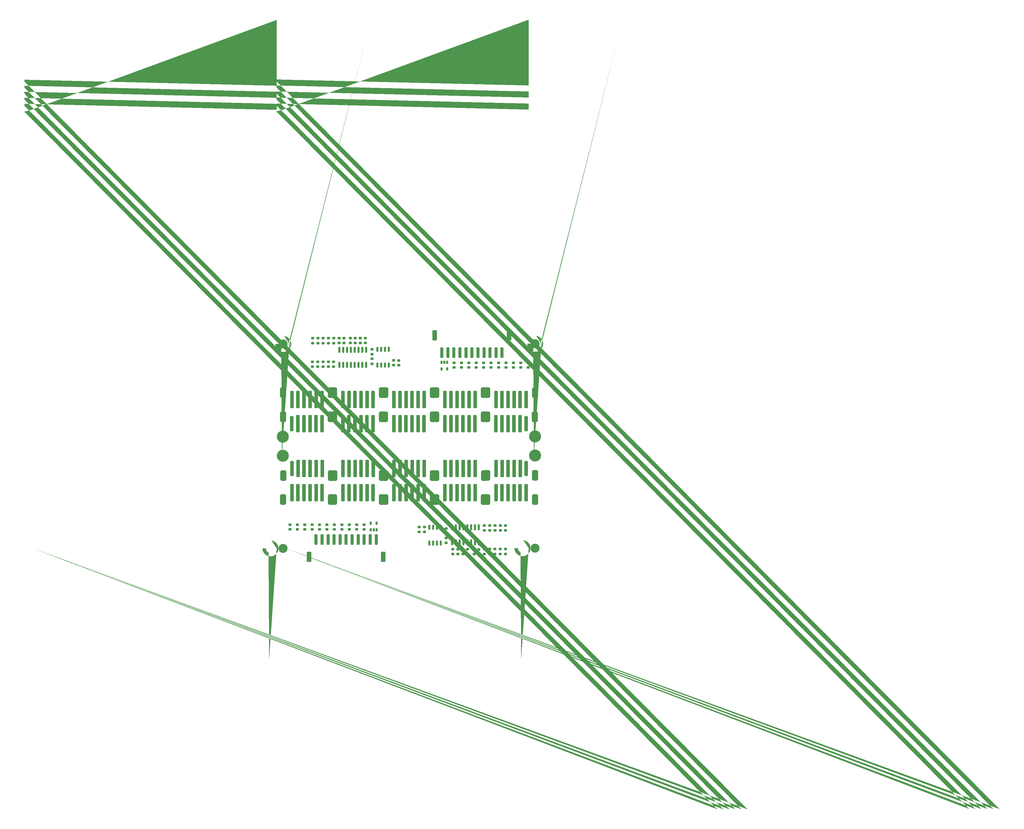
<source format=gts>
%TF.GenerationSoftware,KiCad,Pcbnew,(6.0.0-rc1-392-g84e0feeee6)*%
%TF.CreationDate,2021-12-27T23:55:29+07:00*%
%TF.ProjectId,Ambino Fan HUB CH552G_Pannelize,416d6269-6e6f-4204-9661-6e2048554220,rev?*%
%TF.SameCoordinates,Original*%
%TF.FileFunction,Soldermask,Top*%
%TF.FilePolarity,Negative*%
%FSLAX46Y46*%
G04 Gerber Fmt 4.6, Leading zero omitted, Abs format (unit mm)*
G04 Created by KiCad (PCBNEW (6.0.0-rc1-392-g84e0feeee6)) date 2021-12-27 23:55:29*
%MOMM*%
%LPD*%
G01*
G04 APERTURE LIST*
G04 Aperture macros list*
%AMRoundRect*
0 Rectangle with rounded corners*
0 $1 Rounding radius*
0 $2 $3 $4 $5 $6 $7 $8 $9 X,Y pos of 4 corners*
0 Add a 4 corners polygon primitive as box body*
4,1,4,$2,$3,$4,$5,$6,$7,$8,$9,$2,$3,0*
0 Add four circle primitives for the rounded corners*
1,1,$1+$1,$2,$3*
1,1,$1+$1,$4,$5*
1,1,$1+$1,$6,$7*
1,1,$1+$1,$8,$9*
0 Add four rect primitives between the rounded corners*
20,1,$1+$1,$2,$3,$4,$5,0*
20,1,$1+$1,$4,$5,$6,$7,0*
20,1,$1+$1,$6,$7,$8,$9,0*
20,1,$1+$1,$8,$9,$2,$3,0*%
%AMFreePoly0*
4,1,96,-1.742867,2.629104,-1.429420,2.570161,-1.125325,2.473988,-0.834986,2.341979,-0.562609,2.176045,-0.312140,1.978591,-0.087206,1.752476,0.108934,1.500977,0.273439,1.227734,0.403927,0.936708,0.498506,0.632114,0.555807,0.318363,0.575000,0.000000,0.574419,-0.055497,0.548563,-0.373388,0.484703,-0.685870,0.383766,-0.988418,0.247213,-1.276647,0.077021,-1.546384,-0.124343,-1.793721,
-0.353963,-2.015076,-0.608512,-2.207241,-0.884305,-2.367434,-1.177345,-2.493334,-1.483387,-2.583117,-1.798000,-2.635483,-2.116624,-2.649673,-2.434646,-2.625482,-2.747459,-2.563260,-3.050530,-2.463908,-3.339471,-2.328865,-3.610095,-2.160089,-3.858483,-1.960022,-4.081037,-1.731565,-4.274533,-1.478025,-4.436167,-1.203075,-4.563600,-0.910698,-4.654984,-0.605130,-4.708997,-0.290796,-4.724855,0.027750,
-4.724216,0.036774,-3.579692,0.036774,-3.565493,-0.209475,-3.511266,-0.450099,-3.418468,-0.678634,-3.289589,-0.888945,-3.128092,-1.075382,-2.938313,-1.232939,-2.725350,-1.357385,-2.494921,-1.445377,-2.253215,-1.494553,-2.006722,-1.503592,-1.762064,-1.472250,-1.525809,-1.401370,-1.304303,-1.292856,-1.103495,-1.149621,-0.928777,-0.975512,-0.784842,-0.775205,-0.675555,-0.554079,-0.603851,-0.318074,
-0.571656,-0.073526,-0.569859,0.000000,-0.590070,0.245829,-0.650159,0.485055,-0.748514,0.711256,-0.882492,0.918355,-1.048496,1.100790,-1.242068,1.253664,-1.458008,1.372869,-1.690518,1.455206,-1.933354,1.498461,-2.179993,1.501475,-2.423813,1.464165,-2.658266,1.387534,-2.877054,1.273640,-3.074303,1.125542,-3.244714,0.947216,-3.383712,0.743452,-3.487564,0.519722,-3.553481,0.282035,
-3.579692,0.036774,-4.724216,0.036774,-4.702329,0.345894,-4.641745,0.659028,-4.543982,0.962616,-4.410454,1.252260,-4.243097,1.523764,-4.044334,1.773196,-3.817044,1.996943,-3.564521,2.191764,-3.290421,2.354836,-2.998716,2.483797,-2.693630,2.576780,-2.379583,2.632438,-2.061125,2.649964,-1.742867,2.629104,-1.742867,2.629104,$1*%
G04 Aperture macros list end*
%ADD10RoundRect,0.300000X-0.300000X2.600000X-0.300000X-2.600000X0.300000X-2.600000X0.300000X2.600000X0*%
%ADD11RoundRect,0.300000X-0.300000X2.200000X-0.300000X-2.200000X0.300000X-2.200000X0.300000X2.200000X0*%
%ADD12RoundRect,0.500000X-0.500000X1.250000X-0.500000X-1.250000X0.500000X-1.250000X0.500000X1.250000X0*%
%ADD13C,4.000000*%
%ADD14C,3.000000*%
%ADD15FreePoly0,0.000000*%
%ADD16RoundRect,0.218750X-0.256250X0.218750X-0.256250X-0.218750X0.256250X-0.218750X0.256250X0.218750X0*%
%ADD17RoundRect,0.225000X0.250000X-0.225000X0.250000X0.225000X-0.250000X0.225000X-0.250000X-0.225000X0*%
%ADD18RoundRect,0.150000X-0.150000X0.675000X-0.150000X-0.675000X0.150000X-0.675000X0.150000X0.675000X0*%
%ADD19RoundRect,0.200000X0.275000X-0.200000X0.275000X0.200000X-0.275000X0.200000X-0.275000X-0.200000X0*%
%ADD20RoundRect,0.250000X0.250000X1.500000X-0.250000X1.500000X-0.250000X-1.500000X0.250000X-1.500000X0*%
%ADD21RoundRect,0.250001X0.499999X1.449999X-0.499999X1.449999X-0.499999X-1.449999X0.499999X-1.449999X0*%
%ADD22RoundRect,0.218750X0.256250X-0.218750X0.256250X0.218750X-0.256250X0.218750X-0.256250X-0.218750X0*%
%ADD23RoundRect,0.200000X-0.275000X0.200000X-0.275000X-0.200000X0.275000X-0.200000X0.275000X0.200000X0*%
%ADD24RoundRect,0.250000X-0.250000X-1.500000X0.250000X-1.500000X0.250000X1.500000X-0.250000X1.500000X0*%
%ADD25RoundRect,0.250001X-0.499999X-1.449999X0.499999X-1.449999X0.499999X1.449999X-0.499999X1.449999X0*%
%ADD26RoundRect,0.150000X0.150000X-0.850000X0.150000X0.850000X-0.150000X0.850000X-0.150000X-0.850000X0*%
%ADD27RoundRect,0.150000X0.150000X-0.675000X0.150000X0.675000X-0.150000X0.675000X-0.150000X-0.675000X0*%
%ADD28R,0.650000X1.060000*%
%ADD29RoundRect,0.300000X0.300000X-2.600000X0.300000X2.600000X-0.300000X2.600000X-0.300000X-2.600000X0*%
%ADD30RoundRect,0.500000X0.500000X-1.250000X0.500000X1.250000X-0.500000X1.250000X-0.500000X-1.250000X0*%
%ADD31RoundRect,0.300000X0.300000X-2.200000X0.300000X2.200000X-0.300000X2.200000X-0.300000X-2.200000X0*%
%ADD32RoundRect,0.225000X-0.250000X0.225000X-0.250000X-0.225000X0.250000X-0.225000X0.250000X0.225000X0*%
%ADD33RoundRect,0.150000X-0.150000X0.850000X-0.150000X-0.850000X0.150000X-0.850000X0.150000X0.850000X0*%
%ADD34FreePoly0,180.000000*%
G04 APERTURE END LIST*
D10*
%TO.C,J5*%
X162793750Y-83860000D03*
X164798750Y-83860000D03*
X166803750Y-83860000D03*
X168808750Y-83860000D03*
X170813750Y-83860000D03*
D11*
X172818750Y-83860000D03*
D12*
X159868750Y-81560000D03*
X175743750Y-81560000D03*
%TD*%
D10*
%TO.C,J6*%
X145843750Y-83860000D03*
X147848750Y-83860000D03*
X149853750Y-83860000D03*
X151858750Y-83860000D03*
X153863750Y-83860000D03*
X155868750Y-83860000D03*
D12*
X142918750Y-81560000D03*
X158793750Y-81560000D03*
%TD*%
D10*
%TO.C,J7*%
X128893750Y-83860000D03*
X130898750Y-83860000D03*
X132903750Y-83860000D03*
X134908750Y-83860000D03*
X136913750Y-83860000D03*
X138918750Y-83860000D03*
D12*
X141843750Y-81560000D03*
X125968750Y-81560000D03*
%TD*%
D10*
%TO.C,J8*%
X111943750Y-83860000D03*
X113948750Y-83860000D03*
X115953750Y-83860000D03*
X117958750Y-83860000D03*
X119963750Y-83860000D03*
X121968750Y-83860000D03*
D12*
X109018750Y-81560000D03*
X124893750Y-81560000D03*
%TD*%
D11*
%TO.C,J9*%
X94993750Y-83885000D03*
D10*
X96998750Y-83885000D03*
X99003750Y-83885000D03*
X101008750Y-83885000D03*
X103013750Y-83885000D03*
X105018750Y-83885000D03*
D12*
X92068750Y-81585000D03*
X107943750Y-81585000D03*
%TD*%
D10*
%TO.C,J10*%
X95018750Y-75860000D03*
X97023750Y-75860000D03*
X99028750Y-75860000D03*
X101033750Y-75860000D03*
X103038750Y-75860000D03*
X105043750Y-75860000D03*
D12*
X107968750Y-73560000D03*
X92093750Y-73560000D03*
%TD*%
D10*
%TO.C,J11*%
X111968750Y-75860000D03*
X113973750Y-75860000D03*
X115978750Y-75860000D03*
X117983750Y-75860000D03*
X119988750Y-75860000D03*
X121993750Y-75860000D03*
D12*
X109043750Y-73560000D03*
X124918750Y-73560000D03*
%TD*%
D10*
%TO.C,J12*%
X128918750Y-75860000D03*
X130923750Y-75860000D03*
X132928750Y-75860000D03*
X134933750Y-75860000D03*
X136938750Y-75860000D03*
X138943750Y-75860000D03*
D12*
X125993750Y-73560000D03*
X141868750Y-73560000D03*
%TD*%
D10*
%TO.C,J13*%
X145868750Y-75860000D03*
X147873750Y-75860000D03*
X149878750Y-75860000D03*
X151883750Y-75860000D03*
X153888750Y-75860000D03*
X155893750Y-75860000D03*
D12*
X142943750Y-73560000D03*
X158818750Y-73560000D03*
%TD*%
D10*
%TO.C,J14*%
X162818750Y-75860000D03*
X164823750Y-75860000D03*
X166828750Y-75860000D03*
X168833750Y-75860000D03*
X170838750Y-75860000D03*
X172843750Y-75860000D03*
D12*
X175768750Y-73560000D03*
X159893750Y-73560000D03*
%TD*%
D13*
%TO.C,H21*%
X175843750Y-88110000D03*
%TD*%
D14*
%TO.C,H22*%
X175818750Y-57335000D03*
D15*
X177893750Y-57335000D03*
%TD*%
D14*
%TO.C,H23*%
X92093750Y-57360000D03*
D15*
X94168750Y-57360000D03*
%TD*%
D13*
%TO.C,H24*%
X92018750Y-88185000D03*
%TD*%
D16*
%TO.C,F11*%
X148858750Y-63640000D03*
X148858750Y-65215000D03*
%TD*%
D17*
%TO.C,C7*%
X112283750Y-57015000D03*
X112283750Y-55465000D03*
%TD*%
D18*
%TO.C,Q1*%
X123393750Y-59125000D03*
X125933750Y-59125000D03*
X127203750Y-59125000D03*
X124663750Y-59125000D03*
X124663750Y-64375000D03*
X125933750Y-64375000D03*
X127203750Y-64375000D03*
X123393750Y-64375000D03*
%TD*%
D19*
%TO.C,R1*%
X121628750Y-60795000D03*
X121628750Y-59145000D03*
%TD*%
D20*
%TO.C,J1*%
X164838750Y-60250000D03*
X162838750Y-60250000D03*
X160838750Y-60250000D03*
X158838750Y-60250000D03*
X156838750Y-60250000D03*
X154838750Y-60250000D03*
X152838750Y-60250000D03*
X150838750Y-60250000D03*
X148838750Y-60250000D03*
X146838750Y-60250000D03*
X144838750Y-60250000D03*
D21*
X142488750Y-54500000D03*
X167188750Y-54500000D03*
%TD*%
D22*
%TO.C,F3*%
X166136304Y-65215000D03*
X166136304Y-63640000D03*
%TD*%
%TO.C,F9*%
X158731638Y-65215000D03*
X158731638Y-63640000D03*
%TD*%
%TO.C,F2*%
X168604526Y-65215000D03*
X168604526Y-63640000D03*
%TD*%
%TO.C,F8*%
X156263416Y-65215000D03*
X156263416Y-63640000D03*
%TD*%
%TO.C,F4*%
X163668082Y-65215000D03*
X163668082Y-63640000D03*
%TD*%
%TO.C,F6*%
X151326972Y-65215000D03*
X151326972Y-63640000D03*
%TD*%
%TO.C,F7*%
X153795194Y-65215000D03*
X153795194Y-63640000D03*
%TD*%
%TO.C,F10*%
X171072748Y-65215000D03*
X171072748Y-63640000D03*
%TD*%
%TO.C,F1*%
X173540974Y-65215000D03*
X173540974Y-63640000D03*
%TD*%
%TO.C,F5*%
X161199860Y-65215000D03*
X161199860Y-63640000D03*
%TD*%
D23*
%TO.C,R9*%
X103601500Y-63295000D03*
X103601500Y-64945000D03*
%TD*%
D19*
%TO.C,R7*%
X105398750Y-57105000D03*
X105398750Y-55455000D03*
%TD*%
%TO.C,R11*%
X103633750Y-57105000D03*
X103633750Y-55455000D03*
%TD*%
D23*
%TO.C,R13*%
X101845750Y-63295000D03*
X101845750Y-64945000D03*
%TD*%
D19*
%TO.C,R15*%
X101868750Y-57105000D03*
X101868750Y-55455000D03*
%TD*%
D16*
%TO.C,D3*%
X117708750Y-55472500D03*
X117708750Y-57047500D03*
%TD*%
%TO.C,D4*%
X130548750Y-62847500D03*
X130548750Y-64422500D03*
%TD*%
D23*
%TO.C,R21*%
X128828750Y-62790000D03*
X128828750Y-64440000D03*
%TD*%
D17*
%TO.C,C6*%
X110733750Y-57015000D03*
X110733750Y-55465000D03*
%TD*%
D19*
%TO.C,R20*%
X119418750Y-57075000D03*
X119418750Y-55425000D03*
%TD*%
D23*
%TO.C,R8*%
X105357250Y-63295000D03*
X105357250Y-64945000D03*
%TD*%
D19*
%TO.C,R14*%
X108928750Y-57105000D03*
X108928750Y-55455000D03*
%TD*%
D23*
%TO.C,R16*%
X108868750Y-63295000D03*
X108868750Y-64945000D03*
%TD*%
D19*
%TO.C,R10*%
X107163750Y-57105000D03*
X107163750Y-55455000D03*
%TD*%
D23*
%TO.C,R12*%
X107113000Y-63295000D03*
X107113000Y-64945000D03*
%TD*%
D22*
%TO.C,D3*%
X150155680Y-127213500D03*
X150155680Y-125638500D03*
%TD*%
D16*
%TO.C,F4*%
X104196348Y-117471000D03*
X104196348Y-119046000D03*
%TD*%
D23*
%TO.C,R15*%
X165995680Y-125581000D03*
X165995680Y-127231000D03*
%TD*%
D19*
%TO.C,R12*%
X160751430Y-119391000D03*
X160751430Y-117741000D03*
%TD*%
D23*
%TO.C,R20*%
X148445680Y-125611000D03*
X148445680Y-127261000D03*
%TD*%
D16*
%TO.C,F5*%
X106664570Y-117471000D03*
X106664570Y-119046000D03*
%TD*%
D19*
%TO.C,R2*%
X146235680Y-120381000D03*
X146235680Y-118731000D03*
%TD*%
D24*
%TO.C,J1*%
X103025680Y-122436000D03*
X105025680Y-122436000D03*
X107025680Y-122436000D03*
X109025680Y-122436000D03*
X111025680Y-122436000D03*
X113025680Y-122436000D03*
X115025680Y-122436000D03*
X117025680Y-122436000D03*
X119025680Y-122436000D03*
X121025680Y-122436000D03*
X123025680Y-122436000D03*
D25*
X125375680Y-128186000D03*
X100675680Y-128186000D03*
%TD*%
D26*
%TO.C,U1*%
X110808750Y-64360000D03*
X112078750Y-64360000D03*
X113348750Y-64360000D03*
X114618750Y-64360000D03*
X115888750Y-64360000D03*
X117158750Y-64360000D03*
X118428750Y-64360000D03*
X119698750Y-64360000D03*
X119698750Y-59360000D03*
X118428750Y-59360000D03*
X117158750Y-59360000D03*
X115888750Y-59360000D03*
X114618750Y-59360000D03*
X113348750Y-59360000D03*
X112078750Y-59360000D03*
X110808750Y-59360000D03*
%TD*%
D22*
%TO.C,F11*%
X119005680Y-119046000D03*
X119005680Y-117471000D03*
%TD*%
D16*
%TO.C,F9*%
X109132792Y-117471000D03*
X109132792Y-119046000D03*
%TD*%
D27*
%TO.C,Q1*%
X144470680Y-123561000D03*
X141930680Y-123561000D03*
X140660680Y-123561000D03*
X143200680Y-123561000D03*
X143200680Y-118311000D03*
X141930680Y-118311000D03*
X140660680Y-118311000D03*
X144470680Y-118311000D03*
%TD*%
D16*
%TO.C,F10*%
X96791682Y-117471000D03*
X96791682Y-119046000D03*
%TD*%
D28*
%TO.C,U2*%
X146638750Y-65700000D03*
X144738750Y-65700000D03*
X144738750Y-63500000D03*
X145688750Y-63500000D03*
X146638750Y-63500000D03*
%TD*%
D23*
%TO.C,R11*%
X164230680Y-125581000D03*
X164230680Y-127231000D03*
%TD*%
D29*
%TO.C,J7*%
X138970680Y-98826000D03*
X136965680Y-98826000D03*
X134960680Y-98826000D03*
X132955680Y-98826000D03*
X130950680Y-98826000D03*
X128945680Y-98826000D03*
D30*
X126020680Y-101126000D03*
X141895680Y-101126000D03*
%TD*%
D31*
%TO.C,J9*%
X172870680Y-98801000D03*
D29*
X170865680Y-98801000D03*
X168860680Y-98801000D03*
X166855680Y-98801000D03*
X164850680Y-98801000D03*
X162845680Y-98801000D03*
D30*
X175795680Y-101101000D03*
X159920680Y-101101000D03*
%TD*%
D16*
%TO.C,F2*%
X99259904Y-117471000D03*
X99259904Y-119046000D03*
%TD*%
D29*
%TO.C,J11*%
X155895680Y-106826000D03*
X153890680Y-106826000D03*
X151885680Y-106826000D03*
X149880680Y-106826000D03*
X147875680Y-106826000D03*
X145870680Y-106826000D03*
D30*
X158820680Y-109126000D03*
X142945680Y-109126000D03*
%TD*%
D29*
%TO.C,J14*%
X105045680Y-106826000D03*
X103040680Y-106826000D03*
X101035680Y-106826000D03*
X99030680Y-106826000D03*
X97025680Y-106826000D03*
X95020680Y-106826000D03*
D30*
X92095680Y-109126000D03*
X107970680Y-109126000D03*
%TD*%
D23*
%TO.C,R1*%
X146235680Y-121891000D03*
X146235680Y-123541000D03*
%TD*%
D19*
%TO.C,R9*%
X164262930Y-119391000D03*
X164262930Y-117741000D03*
%TD*%
D29*
%TO.C,J10*%
X172845680Y-106826000D03*
X170840680Y-106826000D03*
X168835680Y-106826000D03*
X166830680Y-106826000D03*
X164825680Y-106826000D03*
X162820680Y-106826000D03*
D30*
X159895680Y-109126000D03*
X175770680Y-109126000D03*
%TD*%
D32*
%TO.C,C7*%
X155580680Y-125671000D03*
X155580680Y-127221000D03*
%TD*%
D28*
%TO.C,U2*%
X121225680Y-119186000D03*
X122175680Y-119186000D03*
X123125680Y-119186000D03*
X123125680Y-116986000D03*
X121225680Y-116986000D03*
%TD*%
D23*
%TO.C,R18*%
X116041750Y-55435000D03*
X116041750Y-57085000D03*
%TD*%
D33*
%TO.C,U1*%
X157055680Y-118326000D03*
X155785680Y-118326000D03*
X154515680Y-118326000D03*
X153245680Y-118326000D03*
X151975680Y-118326000D03*
X150705680Y-118326000D03*
X149435680Y-118326000D03*
X148165680Y-118326000D03*
X148165680Y-123326000D03*
X149435680Y-123326000D03*
X150705680Y-123326000D03*
X151975680Y-123326000D03*
X153245680Y-123326000D03*
X154515680Y-123326000D03*
X155785680Y-123326000D03*
X157055680Y-123326000D03*
%TD*%
D16*
%TO.C,F3*%
X101728126Y-117471000D03*
X101728126Y-119046000D03*
%TD*%
%TO.C,F8*%
X111601014Y-117471000D03*
X111601014Y-119046000D03*
%TD*%
D23*
%TO.C,R7*%
X162465680Y-125581000D03*
X162465680Y-127231000D03*
%TD*%
D16*
%TO.C,F1*%
X94323456Y-117471000D03*
X94323456Y-119046000D03*
%TD*%
D29*
%TO.C,J12*%
X138945680Y-106826000D03*
X136940680Y-106826000D03*
X134935680Y-106826000D03*
X132930680Y-106826000D03*
X130925680Y-106826000D03*
X128920680Y-106826000D03*
D30*
X141870680Y-109126000D03*
X125995680Y-109126000D03*
%TD*%
D29*
%TO.C,J5*%
X105070680Y-98826000D03*
X103065680Y-98826000D03*
X101060680Y-98826000D03*
X99055680Y-98826000D03*
X97050680Y-98826000D03*
D31*
X95045680Y-98826000D03*
D30*
X107995680Y-101126000D03*
X92120680Y-101126000D03*
%TD*%
D13*
%TO.C,H21*%
X92020680Y-94576000D03*
%TD*%
D16*
%TO.C,F7*%
X114069236Y-117471000D03*
X114069236Y-119046000D03*
%TD*%
D14*
%TO.C,H23*%
X175770680Y-125326000D03*
D34*
X173695680Y-125326000D03*
%TD*%
D29*
%TO.C,J8*%
X155920680Y-98826000D03*
X153915680Y-98826000D03*
X151910680Y-98826000D03*
X149905680Y-98826000D03*
X147900680Y-98826000D03*
X145895680Y-98826000D03*
D30*
X158845680Y-101126000D03*
X142970680Y-101126000D03*
%TD*%
D13*
%TO.C,H24*%
X175845680Y-94501000D03*
%TD*%
D19*
%TO.C,R17*%
X153412680Y-127261000D03*
X153412680Y-125611000D03*
%TD*%
%TO.C,R13*%
X166018680Y-119391000D03*
X166018680Y-117741000D03*
%TD*%
D23*
%TO.C,R17*%
X114451750Y-55425000D03*
X114451750Y-57075000D03*
%TD*%
D16*
%TO.C,F6*%
X116537458Y-117471000D03*
X116537458Y-119046000D03*
%TD*%
D19*
%TO.C,R21*%
X139035680Y-119896000D03*
X139035680Y-118246000D03*
%TD*%
D23*
%TO.C,R14*%
X158935680Y-125581000D03*
X158935680Y-127231000D03*
%TD*%
D22*
%TO.C,D4*%
X137315680Y-119838500D03*
X137315680Y-118263500D03*
%TD*%
D29*
%TO.C,J6*%
X122020680Y-98826000D03*
X120015680Y-98826000D03*
X118010680Y-98826000D03*
X116005680Y-98826000D03*
X114000680Y-98826000D03*
X111995680Y-98826000D03*
D30*
X124945680Y-101126000D03*
X109070680Y-101126000D03*
%TD*%
D32*
%TO.C,C6*%
X157130680Y-125671000D03*
X157130680Y-127221000D03*
%TD*%
D29*
%TO.C,J13*%
X121995680Y-106826000D03*
X119990680Y-106826000D03*
X117985680Y-106826000D03*
X115980680Y-106826000D03*
X113975680Y-106826000D03*
X111970680Y-106826000D03*
D30*
X124920680Y-109126000D03*
X109045680Y-109126000D03*
%TD*%
D23*
%TO.C,R2*%
X121628750Y-62305000D03*
X121628750Y-63955000D03*
%TD*%
D14*
%TO.C,H22*%
X92045680Y-125351000D03*
D34*
X89970680Y-125351000D03*
%TD*%
D19*
%TO.C,R18*%
X151822680Y-127251000D03*
X151822680Y-125601000D03*
%TD*%
D23*
%TO.C,R10*%
X160700680Y-125581000D03*
X160700680Y-127231000D03*
%TD*%
D19*
%TO.C,R16*%
X158995680Y-119391000D03*
X158995680Y-117741000D03*
%TD*%
%TO.C,R8*%
X162507180Y-119391000D03*
X162507180Y-117741000D03*
%TD*%
M02*

</source>
